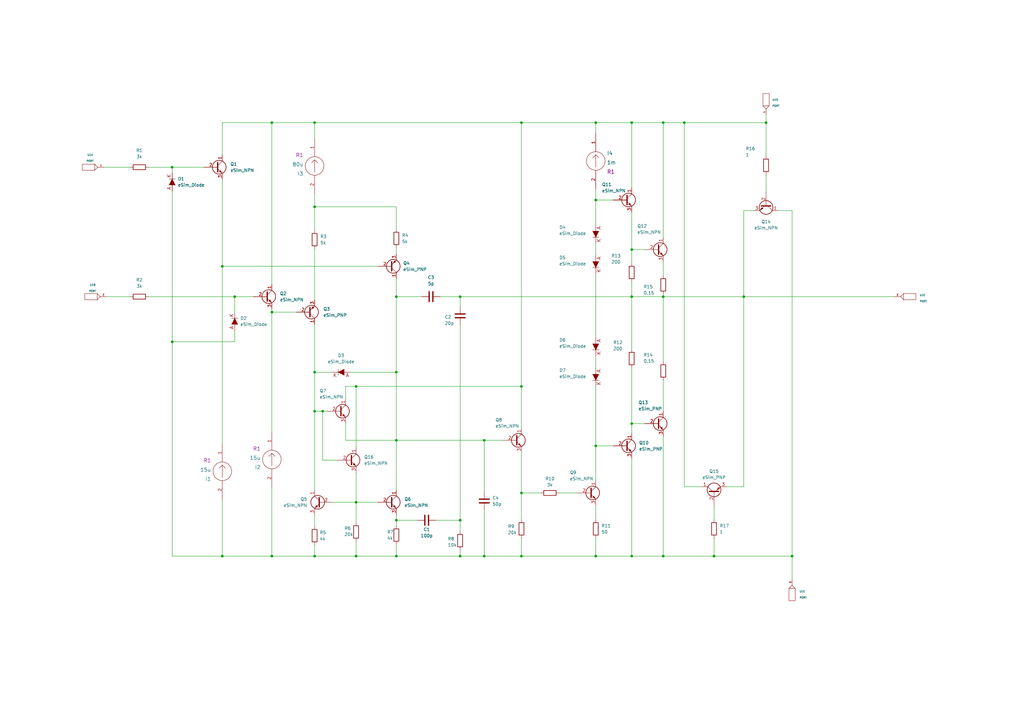
<source format=kicad_sch>
(kicad_sch (version 20211123) (generator eeschema)
  (paper "A3")
  (lib_symbols
    (symbol "eSim_Devices:capacitor" (pin_numbers hide) (pin_names (offset 0.254))
      (property "Reference" "C" (at 0.635 2.54 0))
      (property "Value" "capacitor" (at 0.635 -2.54 0))
      (symbol "capacitor_0_1"
        (polyline (pts (xy -2.032 -0.762) (xy 2.032 -0.762)) (stroke (width 0.508)))
        (polyline (pts (xy -2.032 0.762) (xy 2.032 0.762)) (stroke (width 0.508)))
      )
      (symbol "capacitor_1_1"
        (pin passive line (at 0 3.81 270) (length 2.794) (name "~") (number "1"))
        (pin passive line (at 0 -3.81 90) (length 2.794) (name "~") (number "2"))
      )
    )
    (symbol "eSim_Devices:eSim_Diode" (pin_numbers hide) (pin_names (offset 1.016) hide)
      (property "Reference" "D" (at 0 2.54 0))
      (property "Value" "eSim_Diode" (at 0 -2.54 0))
      (symbol "eSim_Diode_0_0"
        (text "A" (at -2.54 1.27 0) (effects (font (size 1.524 1.524))))
        (text "K" (at 2.54 1.27 0) (effects (font (size 1.524 1.524))))
      )
      (symbol "eSim_Diode_0_1"
        (polyline (pts (xy 1.27 1.27) (xy 1.27 -1.27)) (stroke (width 0.1524)))
        (polyline (pts (xy -1.27 1.27) (xy 1.27 0) (xy -1.27 -1.27)) (fill (type outline)))
      )
      (symbol "eSim_Diode_1_1"
        (pin passive line (at -3.81 0 0) (length 2.54) (name "A") (number "1"))
        (pin passive line (at 3.81 0 180) (length 2.54) (name "K") (number "2"))
      )
    )
    (symbol "eSim_Devices:eSim_NPN" (pin_names (offset 0) hide)
      (property "Reference" "Q" (at -2.54 1.27 0))
      (property "Value" "eSim_NPN" (at -1.27 3.81 0))
      (symbol "eSim_NPN_0_1"
        (polyline (pts (xy 0.635 0.635) (xy 2.54 2.54)))
        (polyline (pts (xy 0.635 -0.635) (xy 2.54 -2.54) (xy 2.54 -2.54)))
        (polyline (pts (xy 0.635 1.905) (xy 0.635 -1.905) (xy 0.635 -1.905)) (stroke (width 0.508)))
        (polyline (pts (xy 1.27 -1.778) (xy 1.778 -1.27) (xy 2.286 -2.286) (xy 1.27 -1.778) (xy 1.27 -1.778)) (fill (type outline)))
        (circle (center 1.27 0) (radius 2.8194) (stroke (width 0.254)))
      )
      (symbol "eSim_NPN_1_1"
        (pin passive line (at 2.54 5.08 270) (length 2.54) (name "C") (number "1"))
        (pin passive line (at -5.08 0 0) (length 5.715) (name "B") (number "2"))
        (pin passive line (at 2.54 -5.08 90) (length 2.54) (name "E") (number "3"))
      )
    )
    (symbol "eSim_Devices:eSim_PNP" (pin_names (offset 0) hide)
      (property "Reference" "Q" (at -2.54 1.27 0))
      (property "Value" "eSim_PNP" (at -1.27 3.81 0))
      (symbol "eSim_PNP_0_1"
        (polyline (pts (xy 0.635 0.635) (xy 2.54 2.54)))
        (polyline (pts (xy 0.635 -0.635) (xy 2.54 -2.54) (xy 2.54 -2.54)))
        (polyline (pts (xy 0.635 1.905) (xy 0.635 -1.905) (xy 0.635 -1.905)) (stroke (width 0.508)))
        (polyline (pts (xy 2.286 -1.778) (xy 1.778 -2.286) (xy 1.27 -1.27) (xy 2.286 -1.778) (xy 2.286 -1.778)) (fill (type outline)))
        (circle (center 1.27 0) (radius 2.8194) (stroke (width 0.254)))
      )
      (symbol "eSim_PNP_1_1"
        (pin passive line (at 2.54 5.08 270) (length 2.54) (name "C") (number "1"))
        (pin passive line (at -5.08 0 0) (length 5.715) (name "B") (number "2"))
        (pin passive line (at 2.54 -5.08 90) (length 2.54) (name "E") (number "3"))
      )
    )
    (symbol "eSim_Devices:resistor" (pin_numbers hide) (pin_names (offset 0))
      (property "Reference" "R" (at 1.27 3.302 0))
      (property "Value" "resistor" (at 1.27 -1.27 0))
      (symbol "resistor_0_1"
        (rectangle (start 3.81 0.254) (end -1.27 2.286) (stroke (width 0.254)))
      )
      (symbol "resistor_1_1"
        (pin passive line (at -2.54 1.27 0) (length 1.27) (name "~") (number "1"))
        (pin passive line (at 5.08 1.27 180) (length 1.27) (name "~") (number "2"))
      )
    )
    (symbol "eSim_Miscellaneous:PORT" (pin_names (offset 1.016))
      (property "Reference" "U" (at 1.27 2.54 0))
      (property "Value" "PORT" (at 0 0 0))
      (symbol "PORT_0_1"
        (rectangle (start -2.54 1.27) (end 2.54 -1.27))
        (arc (start 2.54 1.27) (mid 3.1355 0.5955) (end 3.81 0))
        (arc (start 3.81 0) (mid 3.1447 -0.6046) (end 2.54 -1.27))
      )
      (symbol "PORT_1_1"
        (pin bidirectional line (at 6.35 0 180) (length 2.54) (name "~") (number "1"))
      )
      (symbol "PORT_2_1"
        (pin bidirectional line (at 6.35 0 180) (length 2.54) (name "~") (number "2"))
      )
      (symbol "PORT_3_1"
        (pin bidirectional line (at 6.35 0 180) (length 2.54) (name "~") (number "3"))
      )
      (symbol "PORT_4_1"
        (pin bidirectional line (at 6.35 0 180) (length 2.54) (name "~") (number "4"))
      )
      (symbol "PORT_5_1"
        (pin bidirectional line (at 6.35 0 180) (length 2.54) (name "~") (number "5"))
      )
      (symbol "PORT_6_1"
        (pin bidirectional line (at 6.35 0 180) (length 2.54) (name "~") (number "6"))
      )
      (symbol "PORT_7_1"
        (pin bidirectional line (at 6.35 0 180) (length 2.54) (name "~") (number "7"))
      )
      (symbol "PORT_8_1"
        (pin bidirectional line (at 6.35 0 180) (length 2.54) (name "~") (number "8"))
      )
      (symbol "PORT_9_1"
        (pin bidirectional line (at 6.35 0 180) (length 2.54) (name "~") (number "9"))
      )
      (symbol "PORT_10_1"
        (pin bidirectional line (at 6.35 0 180) (length 2.54) (name "~") (number "10"))
      )
      (symbol "PORT_11_1"
        (pin bidirectional line (at 6.35 0 180) (length 2.54) (name "~") (number "11"))
      )
      (symbol "PORT_12_1"
        (pin bidirectional line (at 6.35 0 180) (length 2.54) (name "~") (number "12"))
      )
      (symbol "PORT_13_1"
        (pin bidirectional line (at 6.35 0 180) (length 2.54) (name "~") (number "13"))
      )
      (symbol "PORT_14_1"
        (pin bidirectional line (at 6.35 0 180) (length 2.54) (name "~") (number "14"))
      )
      (symbol "PORT_15_1"
        (pin bidirectional line (at 6.35 0 180) (length 2.54) (name "~") (number "15"))
      )
      (symbol "PORT_16_1"
        (pin bidirectional line (at 6.35 0 180) (length 2.54) (name "~") (number "16"))
      )
      (symbol "PORT_17_1"
        (pin bidirectional line (at 6.35 0 180) (length 2.54) (name "~") (number "17"))
      )
      (symbol "PORT_18_1"
        (pin bidirectional line (at 6.35 0 180) (length 2.54) (name "~") (number "18"))
      )
      (symbol "PORT_19_1"
        (pin bidirectional line (at 6.35 0 180) (length 2.54) (name "~") (number "19"))
      )
      (symbol "PORT_20_1"
        (pin bidirectional line (at 6.35 0 180) (length 2.54) (name "~") (number "20"))
      )
      (symbol "PORT_21_1"
        (pin bidirectional line (at 6.35 0 180) (length 2.54) (name "~") (number "21"))
      )
      (symbol "PORT_22_1"
        (pin bidirectional line (at 6.35 0 180) (length 2.54) (name "~") (number "22"))
      )
      (symbol "PORT_23_1"
        (pin bidirectional line (at 6.35 0 180) (length 2.54) (name "~") (number "23"))
      )
      (symbol "PORT_24_1"
        (pin bidirectional line (at 6.35 0 180) (length 2.54) (name "~") (number "24"))
      )
      (symbol "PORT_25_1"
        (pin bidirectional line (at 6.35 0 180) (length 2.54) (name "~") (number "25"))
      )
      (symbol "PORT_26_1"
        (pin bidirectional line (at 6.35 0 180) (length 2.54) (name "~") (number "26"))
      )
    )
    (symbol "eSim_Sources:dc" (pin_names (offset 1.016))
      (property "Reference" "I" (at -5.08 2.54 0))
      (property "Value" "dc" (at -5.08 -1.27 0))
      (property "Footprint" "R1" (at -7.62 0 0))
      (symbol "dc_0_1"
        (polyline (pts (xy 0 -2.54) (xy 0 -2.54)))
        (polyline (pts (xy 0 2.54) (xy -1.27 1.27)))
        (polyline (pts (xy 0 2.54) (xy 0 -2.54)))
        (polyline (pts (xy 0 2.54) (xy 1.27 1.27)))
        (circle (center 0 0) (radius 3.81))
      )
      (symbol "dc_1_1"
        (pin passive line (at 0 11.43 270) (length 7.62) (name "~") (number "1"))
        (pin passive line (at 0 -11.43 90) (length 7.62) (name "~") (number "2"))
      )
    )
  )
  (junction (at 91.186 228.092))
  (junction (at 188.722 121.666))
  (junction (at 111.506 228.092))
  (junction (at 213.868 228.092))
  (junction (at 129.032 168.656))
  (junction (at 259.08 173.736))
  (junction (at 129.032 84.836))
  (junction (at 111.506 128.016))
  (junction (at 244.348 182.88))
  (junction (at 213.868 202.184))
  (junction (at 188.722 228.092))
  (junction (at 146.05 158.496))
  (junction (at 162.56 152.654))
  (junction (at 280.67 50.292))
  (junction (at 146.05 228.092))
  (junction (at 162.56 228.092))
  (junction (at 259.08 228.092))
  (junction (at 129.032 152.654))
  (junction (at 259.08 121.666))
  (junction (at 132.334 168.656))
  (junction (at 70.612 140.208))
  (junction (at 162.56 213.36))
  (junction (at 188.722 213.36))
  (junction (at 259.08 50.292))
  (junction (at 70.612 68.58))
  (junction (at 244.348 228.092))
  (junction (at 324.866 228.092))
  (junction (at 292.862 228.092))
  (junction (at 272.034 50.292))
  (junction (at 162.56 180.594))
  (junction (at 213.868 50.292))
  (junction (at 129.032 50.292))
  (junction (at 198.628 180.594))
  (junction (at 244.348 50.292))
  (junction (at 162.56 121.666))
  (junction (at 111.506 50.292))
  (junction (at 259.08 102.362))
  (junction (at 305.054 121.666))
  (junction (at 272.034 228.092))
  (junction (at 244.348 82.042))
  (junction (at 314.198 50.292))
  (junction (at 129.032 228.092))
  (junction (at 96.266 121.666))
  (junction (at 272.034 121.666))
  (junction (at 91.186 109.22))
  (junction (at 198.628 228.092))
  (junction (at 213.868 158.496))
  (junction (at 146.05 205.994))
  (wire (pts (xy 259.08 50.292) (xy 272.034 50.292)))
  (wire (pts (xy 259.08 102.362) (xy 259.08 107.95)))
  (wire (pts (xy 244.348 158.496) (xy 244.348 182.88)))
  (wire (pts (xy 129.032 168.656) (xy 132.334 168.656)))
  (wire (pts (xy 305.054 121.666) (xy 366.776 121.666)))
  (wire (pts (xy 138.43 188.722) (xy 132.334 188.722)))
  (wire (pts (xy 70.612 140.208) (xy 96.266 140.208)))
  (wire (pts (xy 162.56 213.36) (xy 162.56 215.646)))
  (wire (pts (xy 198.628 180.594) (xy 198.628 201.676)))
  (wire (pts (xy 213.868 158.496) (xy 213.868 175.514)))
  (wire (pts (xy 111.506 128.016) (xy 111.506 177.038)))
  (wire (pts (xy 314.198 47.244) (xy 314.198 50.292)))
  (wire (pts (xy 141.732 180.594) (xy 162.56 180.594)))
  (wire (pts (xy 70.612 78.486) (xy 70.612 140.208)))
  (wire (pts (xy 111.506 199.898) (xy 111.506 228.092)))
  (wire (pts (xy 132.334 168.656) (xy 134.112 168.656)))
  (wire (pts (xy 213.868 202.184) (xy 221.742 202.184)))
  (wire (pts (xy 146.05 193.802) (xy 146.05 205.994)))
  (wire (pts (xy 96.266 128.016) (xy 96.266 121.666)))
  (wire (pts (xy 129.032 50.292) (xy 213.868 50.292)))
  (wire (pts (xy 162.56 223.266) (xy 162.56 228.092)))
  (wire (pts (xy 272.034 121.666) (xy 272.034 148.336)))
  (wire (pts (xy 272.034 155.956) (xy 272.034 168.656)))
  (wire (pts (xy 259.08 76.962) (xy 259.08 50.292)))
  (wire (pts (xy 129.032 56.642) (xy 129.032 50.292)))
  (wire (pts (xy 280.67 199.644) (xy 280.67 50.292)))
  (wire (pts (xy 280.67 50.292) (xy 314.198 50.292)))
  (wire (pts (xy 259.08 121.666) (xy 259.08 143.256)))
  (wire (pts (xy 43.688 121.666) (xy 53.34 121.666)))
  (wire (pts (xy 297.942 199.644) (xy 305.054 199.644)))
  (wire (pts (xy 146.05 205.994) (xy 154.94 205.994)))
  (wire (pts (xy 188.722 213.36) (xy 188.722 217.932)))
  (wire (pts (xy 244.348 228.092) (xy 259.08 228.092)))
  (wire (pts (xy 162.56 121.666) (xy 172.974 121.666)))
  (wire (pts (xy 213.868 185.674) (xy 213.868 202.184)))
  (wire (pts (xy 272.034 178.816) (xy 272.034 228.092)))
  (wire (pts (xy 272.034 120.65) (xy 272.034 121.666)))
  (wire (pts (xy 129.032 84.836) (xy 129.032 94.488)))
  (wire (pts (xy 162.56 114.3) (xy 162.56 121.666)))
  (wire (pts (xy 188.722 121.666) (xy 188.722 125.73)))
  (wire (pts (xy 162.56 84.836) (xy 162.56 93.98)))
  (wire (pts (xy 143.764 152.654) (xy 162.56 152.654)))
  (wire (pts (xy 244.348 146.05) (xy 244.348 150.876)))
  (wire (pts (xy 91.186 204.724) (xy 91.186 228.092)))
  (wire (pts (xy 188.722 133.35) (xy 188.722 213.36)))
  (wire (pts (xy 178.816 213.36) (xy 188.722 213.36)))
  (wire (pts (xy 259.08 87.122) (xy 259.08 102.362)))
  (wire (pts (xy 272.034 107.442) (xy 272.034 113.03)))
  (wire (pts (xy 324.866 228.092) (xy 324.866 237.49)))
  (wire (pts (xy 292.862 228.092) (xy 324.866 228.092)))
  (wire (pts (xy 272.034 228.092) (xy 292.862 228.092)))
  (wire (pts (xy 213.868 228.092) (xy 244.348 228.092)))
  (wire (pts (xy 96.266 121.666) (xy 103.886 121.666)))
  (wire (pts (xy 272.034 121.666) (xy 305.054 121.666)))
  (wire (pts (xy 70.612 140.208) (xy 70.612 228.092)))
  (wire (pts (xy 324.866 86.36) (xy 324.866 228.092)))
  (wire (pts (xy 129.032 152.654) (xy 129.032 168.656)))
  (wire (pts (xy 96.266 140.208) (xy 96.266 135.636)))
  (wire (pts (xy 141.732 163.576) (xy 141.732 158.496)))
  (wire (pts (xy 162.56 180.594) (xy 198.628 180.594)))
  (wire (pts (xy 129.032 152.654) (xy 136.144 152.654)))
  (wire (pts (xy 198.628 209.296) (xy 198.628 228.092)))
  (wire (pts (xy 188.722 121.666) (xy 259.08 121.666)))
  (wire (pts (xy 42.672 68.58) (xy 53.34 68.58)))
  (wire (pts (xy 129.032 211.074) (xy 129.032 215.9)))
  (wire (pts (xy 129.032 168.656) (xy 129.032 200.914)))
  (wire (pts (xy 198.628 228.092) (xy 213.868 228.092)))
  (wire (pts (xy 292.862 220.726) (xy 292.862 228.092)))
  (wire (pts (xy 305.054 86.36) (xy 309.118 86.36)))
  (wire (pts (xy 162.56 121.666) (xy 162.56 152.654)))
  (wire (pts (xy 244.348 82.042) (xy 244.348 92.202)))
  (wire (pts (xy 244.348 99.822) (xy 244.348 104.648)))
  (wire (pts (xy 259.08 173.736) (xy 259.08 177.8)))
  (wire (pts (xy 244.348 112.268) (xy 244.348 138.43)))
  (wire (pts (xy 91.186 109.22) (xy 91.186 181.864)))
  (wire (pts (xy 60.96 121.666) (xy 96.266 121.666)))
  (wire (pts (xy 305.054 121.666) (xy 305.054 86.36)))
  (wire (pts (xy 141.732 173.736) (xy 141.732 180.594)))
  (wire (pts (xy 162.56 152.654) (xy 162.56 180.594)))
  (wire (pts (xy 259.08 115.57) (xy 259.08 121.666)))
  (wire (pts (xy 146.05 221.996) (xy 146.05 228.092)))
  (wire (pts (xy 287.782 199.644) (xy 280.67 199.644)))
  (wire (pts (xy 259.08 187.96) (xy 259.08 228.092)))
  (wire (pts (xy 162.56 180.594) (xy 162.56 200.914)))
  (wire (pts (xy 259.08 150.876) (xy 259.08 173.736)))
  (wire (pts (xy 244.348 182.88) (xy 244.348 197.104)))
  (wire (pts (xy 305.054 199.644) (xy 305.054 121.666)))
  (wire (pts (xy 314.198 64.008) (xy 314.198 50.292)))
  (wire (pts (xy 244.348 54.61) (xy 244.348 50.292)))
  (wire (pts (xy 264.414 173.736) (xy 259.08 173.736)))
  (wire (pts (xy 129.032 228.092) (xy 146.05 228.092)))
  (wire (pts (xy 229.362 202.184) (xy 236.728 202.184)))
  (wire (pts (xy 111.506 50.292) (xy 111.506 116.586)))
  (wire (pts (xy 259.08 121.666) (xy 272.034 121.666)))
  (wire (pts (xy 146.05 228.092) (xy 162.56 228.092)))
  (wire (pts (xy 180.594 121.666) (xy 188.722 121.666)))
  (wire (pts (xy 162.56 228.092) (xy 188.722 228.092)))
  (wire (pts (xy 91.186 228.092) (xy 70.612 228.092)))
  (wire (pts (xy 244.348 50.292) (xy 259.08 50.292)))
  (wire (pts (xy 121.412 128.016) (xy 111.506 128.016)))
  (wire (pts (xy 206.248 180.594) (xy 198.628 180.594)))
  (wire (pts (xy 91.186 73.66) (xy 91.186 109.22)))
  (wire (pts (xy 162.56 213.36) (xy 171.196 213.36)))
  (wire (pts (xy 70.612 68.58) (xy 70.612 70.866)))
  (wire (pts (xy 314.198 71.628) (xy 314.198 78.74)))
  (wire (pts (xy 129.032 84.836) (xy 162.56 84.836)))
  (wire (pts (xy 141.732 158.496) (xy 146.05 158.496)))
  (wire (pts (xy 244.348 82.042) (xy 251.46 82.042)))
  (wire (pts (xy 60.96 68.58) (xy 70.612 68.58)))
  (wire (pts (xy 259.08 102.362) (xy 264.414 102.362)))
  (wire (pts (xy 272.034 50.292) (xy 272.034 97.282)))
  (wire (pts (xy 319.278 86.36) (xy 324.866 86.36)))
  (wire (pts (xy 213.868 202.184) (xy 213.868 213.106)))
  (wire (pts (xy 213.868 220.726) (xy 213.868 228.092)))
  (wire (pts (xy 111.506 126.746) (xy 111.506 128.016)))
  (wire (pts (xy 146.05 158.496) (xy 213.868 158.496)))
  (wire (pts (xy 129.032 223.52) (xy 129.032 228.092)))
  (wire (pts (xy 129.032 102.108) (xy 129.032 122.936)))
  (wire (pts (xy 244.348 77.47) (xy 244.348 82.042)))
  (wire (pts (xy 213.868 50.292) (xy 244.348 50.292)))
  (wire (pts (xy 91.186 50.292) (xy 111.506 50.292)))
  (wire (pts (xy 83.566 68.58) (xy 70.612 68.58)))
  (wire (pts (xy 146.05 205.994) (xy 146.05 214.376)))
  (wire (pts (xy 244.348 207.264) (xy 244.348 213.106)))
  (wire (pts (xy 132.334 188.722) (xy 132.334 168.656)))
  (wire (pts (xy 146.05 183.642) (xy 146.05 158.496)))
  (wire (pts (xy 188.722 228.092) (xy 188.722 225.552)))
  (wire (pts (xy 213.868 50.292) (xy 213.868 158.496)))
  (wire (pts (xy 111.506 228.092) (xy 129.032 228.092)))
  (wire (pts (xy 111.506 50.292) (xy 129.032 50.292)))
  (wire (pts (xy 162.56 211.074) (xy 162.56 213.36)))
  (wire (pts (xy 129.032 79.502) (xy 129.032 84.836)))
  (wire (pts (xy 244.348 220.726) (xy 244.348 228.092)))
  (wire (pts (xy 91.186 228.092) (xy 111.506 228.092)))
  (wire (pts (xy 272.034 50.292) (xy 280.67 50.292)))
  (wire (pts (xy 292.862 207.264) (xy 292.862 213.106)))
  (wire (pts (xy 129.032 133.096) (xy 129.032 152.654)))
  (wire (pts (xy 259.08 228.092) (xy 272.034 228.092)))
  (wire (pts (xy 136.652 205.994) (xy 146.05 205.994)))
  (wire (pts (xy 188.722 228.092) (xy 198.628 228.092)))
  (wire (pts (xy 244.348 182.88) (xy 251.46 182.88)))
  (wire (pts (xy 162.56 101.6) (xy 162.56 104.14)))
  (wire (pts (xy 91.186 63.5) (xy 91.186 50.292)))
  (wire (pts (xy 154.94 109.22) (xy 91.186 109.22)))
  (symbol (lib_id "eSim_Devices:eSim_Diode") (at 244.348 96.012 270) (unit 1)
    (property "Reference" "D4" (at 229.362 93.218 90) (effects (justify left)))
    (property "Value" "eSim_Diode" (at 229.362 95.758 90) (effects (justify left)))
  )
  (symbol (lib_id "eSim_Devices:eSim_NPN") (at 108.966 121.666 0) (unit 1)
    (property "Reference" "Q2" (at 114.808 120.396 0) (effects (justify left)))
    (property "Value" "eSim_NPN" (at 114.808 122.936 0) (effects (justify left)))
  )
  (symbol (lib_id "eSim_Devices:resistor") (at 224.282 203.454 0) (unit 1)
    (property "Reference" "R10" (at 225.552 196.342 0))
    (property "Value" "3k" (at 225.552 198.882 0))
  )
  (symbol (lib_id "eSim_Devices:eSim_NPN") (at 241.808 202.184 0) (unit 1)
    (property "Reference" "Q9" (at 233.68 193.802 0) (effects (justify left)))
    (property "Value" "eSim_NPN" (at 233.68 196.342 0) (effects (justify left)))
  )
  (symbol (lib_id "eSim_Devices:capacitor") (at 188.722 129.54 180) (unit 1)
    (property "Reference" "C2" (at 182.372 130.048 0) (effects (justify right)))
    (property "Value" "20p" (at 182.372 132.588 0) (effects (justify right)))
  )
  (symbol (lib_id "eSim_Devices:eSim_NPN") (at 160.02 205.994 0) (unit 1)
    (property "Reference" "Q6" (at 165.862 204.724 0) (effects (justify left)))
    (property "Value" "eSim_NPN" (at 165.862 207.264 0) (effects (justify left)))
  )
  (symbol (lib_id "eSim_Devices:capacitor") (at 175.006 213.36 90) (unit 1)
    (property "Reference" "C1" (at 175.006 217.17 90))
    (property "Value" "100p" (at 175.006 219.71 90))
  )
  (symbol (lib_id "eSim_Devices:resistor") (at 55.88 122.936 0) (unit 1)
    (property "Reference" "R2" (at 57.15 114.808 0))
    (property "Value" "3k" (at 57.15 117.348 0))
  )
  (symbol (lib_id "eSim_Devices:eSim_Diode") (at 96.266 131.826 90) (unit 1)
    (property "Reference" "D2" (at 98.552 130.5052 90) (effects (justify right)))
    (property "Value" "eSim_Diode" (at 98.552 133.0452 90) (effects (justify right)))
  )
  (symbol (lib_id "eSim_Devices:resistor") (at 273.304 118.11 90) (unit 1)
    (property "Reference" "R15" (at 263.906 117.602 90) (effects (justify right)))
    (property "Value" "0.15" (at 263.906 120.142 90) (effects (justify right)))
  )
  (symbol (lib_id "eSim_Miscellaneous:PORT") (at 324.866 243.84 90) (unit 5)
    (property "Reference" "U1" (at 327.914 242.57 90) (effects (font (size 0.762 0.762)) (justify right)))
    (property "Value" "PORT" (at 327.914 245.11 90) (effects (font (size 0.762 0.762)) (justify right)))
  )
  (symbol (lib_id "eSim_Devices:eSim_PNP") (at 256.54 182.88 0) (unit 1)
    (property "Reference" "Q10" (at 262.128 181.6099 0) (effects (justify left)))
    (property "Value" "eSim_PNP" (at 262.128 184.1499 0) (effects (justify left)))
  )
  (symbol (lib_id "eSim_Devices:resistor") (at 163.83 99.06 90) (unit 1)
    (property "Reference" "R4" (at 164.846 96.52 90) (effects (justify right)))
    (property "Value" "5k" (at 164.846 99.06 90) (effects (justify right)))
  )
  (symbol (lib_id "eSim_Devices:eSim_PNP") (at 269.494 173.736 0) (unit 1)
    (property "Reference" "Q13" (at 261.874 165.1 0) (effects (justify left)))
    (property "Value" "eSim_PNP" (at 261.874 167.64 0) (effects (justify left)))
  )
  (symbol (lib_id "eSim_Devices:resistor") (at 245.618 218.186 90) (unit 1)
    (property "Reference" "R11" (at 246.634 215.6459 90) (effects (justify right)))
    (property "Value" "50" (at 246.634 218.1859 90) (effects (justify right)))
  )
  (symbol (lib_id "eSim_Devices:resistor") (at 315.468 69.088 90) (unit 1)
    (property "Reference" "R16" (at 305.816 60.96 90) (effects (justify right)))
    (property "Value" "1" (at 305.816 63.5 90) (effects (justify right)))
  )
  (symbol (lib_id "eSim_Sources:dc") (at 244.348 66.04 0) (unit 1)
    (property "Reference" "I4" (at 248.92 62.865 0) (effects (font (size 1.524 1.524)) (justify left)))
    (property "Value" "1m" (at 248.92 66.675 0) (effects (font (size 1.524 1.524)) (justify left)))
    (property "Footprint" "R1" (at 248.92 70.485 0) (effects (font (size 1.524 1.524)) (justify left)))
  )
  (symbol (lib_id "eSim_Devices:resistor") (at 273.304 153.416 90) (unit 1)
    (property "Reference" "R14" (at 263.906 145.542 90) (effects (justify right)))
    (property "Value" "0.15" (at 263.906 148.082 90) (effects (justify right)))
  )
  (symbol (lib_id "eSim_Devices:resistor") (at 55.88 69.85 0) (unit 1)
    (property "Reference" "R1" (at 57.15 61.722 0))
    (property "Value" "3k" (at 57.15 64.262 0))
  )
  (symbol (lib_id "eSim_Devices:eSim_Diode") (at 70.612 74.676 90) (unit 1)
    (property "Reference" "D1" (at 72.898 73.3552 90) (effects (justify right)))
    (property "Value" "eSim_Diode" (at 72.898 75.8952 90) (effects (justify right)))
  )
  (symbol (lib_id "eSim_Devices:resistor") (at 189.992 223.012 90) (unit 1)
    (property "Reference" "R8" (at 183.642 220.98 90) (effects (justify right)))
    (property "Value" "10k" (at 183.642 223.52 90) (effects (justify right)))
  )
  (symbol (lib_id "eSim_Devices:capacitor") (at 198.628 205.486 180) (unit 1)
    (property "Reference" "C4" (at 201.93 204.2159 0) (effects (justify right)))
    (property "Value" "50p" (at 201.93 206.7559 0) (effects (justify right)))
  )
  (symbol (lib_id "eSim_Sources:dc") (at 91.186 193.294 0) (unit 1)
    (property "Reference" "I1" (at 86.614 196.469 0) (effects (font (size 1.524 1.524)) (justify right)))
    (property "Value" "15u" (at 86.614 192.659 0) (effects (font (size 1.524 1.524)) (justify right)))
    (property "Footprint" "R1" (at 86.614 188.849 0) (effects (font (size 1.524 1.524)) (justify right)))
  )
  (symbol (lib_id "eSim_Devices:eSim_PNP") (at 292.862 202.184 90) (unit 1)
    (property "Reference" "Q15" (at 292.862 193.294 90))
    (property "Value" "eSim_PNP" (at 292.862 195.834 90))
  )
  (symbol (lib_id "eSim_Devices:resistor") (at 294.132 218.186 90) (unit 1)
    (property "Reference" "R17" (at 295.148 215.6459 90) (effects (justify right)))
    (property "Value" "1" (at 295.148 218.1859 90) (effects (justify right)))
  )
  (symbol (lib_id "eSim_Devices:resistor") (at 130.302 220.98 90) (unit 1)
    (property "Reference" "R5" (at 131.064 218.44 90) (effects (justify right)))
    (property "Value" "4k" (at 131.064 220.98 90) (effects (justify right)))
  )
  (symbol (lib_id "eSim_Miscellaneous:PORT") (at 314.198 40.894 270) (unit 4)
    (property "Reference" "U1" (at 316.738 40.894 90) (effects (font (size 0.762 0.762)) (justify left)))
    (property "Value" "PORT" (at 316.738 43.434 90) (effects (font (size 0.762 0.762)) (justify left)))
  )
  (symbol (lib_id "eSim_Sources:dc") (at 129.032 68.072 0) (unit 1)
    (property "Reference" "I3" (at 124.46 71.247 0) (effects (font (size 1.524 1.524)) (justify right)))
    (property "Value" "80u" (at 124.46 67.437 0) (effects (font (size 1.524 1.524)) (justify right)))
    (property "Footprint" "R1" (at 124.46 63.627 0) (effects (font (size 1.524 1.524)) (justify right)))
  )
  (symbol (lib_id "eSim_Devices:eSim_NPN") (at 143.51 188.722 0) (unit 1)
    (property "Reference" "Q16" (at 149.352 187.452 0) (effects (justify left)))
    (property "Value" "eSim_NPN" (at 149.352 189.992 0) (effects (justify left)))
  )
  (symbol (lib_id "eSim_Miscellaneous:PORT") (at 36.322 68.58 0) (unit 1)
    (property "Reference" "U1" (at 36.957 63.5 0) (effects (font (size 0.762 0.762))))
    (property "Value" "PORT" (at 36.957 66.04 0) (effects (font (size 0.762 0.762))))
  )
  (symbol (lib_id "eSim_Devices:resistor") (at 147.32 219.456 90) (unit 1)
    (property "Reference" "R6" (at 141.224 216.662 90) (effects (justify right)))
    (property "Value" "20k" (at 141.224 219.202 90) (effects (justify right)))
  )
  (symbol (lib_id "eSim_Devices:eSim_Diode") (at 244.348 142.24 270) (unit 1)
    (property "Reference" "D6" (at 229.362 139.446 90) (effects (justify left)))
    (property "Value" "eSim_Diode" (at 229.362 141.986 90) (effects (justify left)))
  )
  (symbol (lib_id "eSim_Devices:eSim_PNP") (at 160.02 109.22 0) (mirror x) (unit 1)
    (property "Reference" "Q4" (at 165.354 107.95 0) (effects (justify left)))
    (property "Value" "eSim_PNP" (at 165.354 110.49 0) (effects (justify left)))
  )
  (symbol (lib_id "eSim_Devices:capacitor") (at 176.784 121.666 90) (unit 1)
    (property "Reference" "C3" (at 176.784 113.792 90))
    (property "Value" "5p" (at 176.784 116.332 90))
  )
  (symbol (lib_id "eSim_Devices:eSim_NPN") (at 139.192 168.656 0) (unit 1)
    (property "Reference" "Q7" (at 131.064 160.274 0) (effects (justify left)))
    (property "Value" "eSim_NPN" (at 131.064 162.814 0) (effects (justify left)))
  )
  (symbol (lib_id "eSim_Devices:resistor") (at 163.83 220.726 90) (unit 1)
    (property "Reference" "R7" (at 158.75 218.186 90) (effects (justify right)))
    (property "Value" "4k" (at 158.75 220.726 90) (effects (justify right)))
  )
  (symbol (lib_id "eSim_Devices:resistor") (at 130.302 99.568 90) (unit 1)
    (property "Reference" "R3" (at 131.318 97.028 90) (effects (justify right)))
    (property "Value" "5k" (at 131.318 99.568 90) (effects (justify right)))
  )
  (symbol (lib_id "eSim_Sources:dc") (at 111.506 188.468 0) (unit 1)
    (property "Reference" "I2" (at 106.934 191.643 0) (effects (font (size 1.524 1.524)) (justify right)))
    (property "Value" "15u" (at 106.934 187.833 0) (effects (font (size 1.524 1.524)) (justify right)))
    (property "Footprint" "R1" (at 106.934 184.023 0) (effects (font (size 1.524 1.524)) (justify right)))
  )
  (symbol (lib_id "eSim_Devices:eSim_NPN") (at 256.54 82.042 0) (unit 1)
    (property "Reference" "Q11" (at 246.888 75.692 0) (effects (justify left)))
    (property "Value" "eSim_NPN" (at 246.888 78.232 0) (effects (justify left)))
  )
  (symbol (lib_id "eSim_Devices:resistor") (at 215.138 218.186 90) (unit 1)
    (property "Reference" "R9" (at 208.28 215.9 90) (effects (justify right)))
    (property "Value" "20k" (at 208.28 218.44 90) (effects (justify right)))
  )
  (symbol (lib_id "eSim_Devices:eSim_PNP") (at 126.492 128.016 0) (mirror x) (unit 1)
    (property "Reference" "Q3" (at 132.588 126.746 0) (effects (justify left)))
    (property "Value" "eSim_PNP" (at 132.588 129.286 0) (effects (justify left)))
  )
  (symbol (lib_id "eSim_Devices:eSim_Diode") (at 139.954 152.654 180) (unit 1)
    (property "Reference" "D3" (at 139.9032 145.796 0))
    (property "Value" "eSim_Diode" (at 139.9032 148.336 0))
  )
  (symbol (lib_id "eSim_Devices:eSim_Diode") (at 244.348 154.686 270) (unit 1)
    (property "Reference" "D7" (at 229.362 151.892 90) (effects (justify left)))
    (property "Value" "eSim_Diode" (at 229.362 154.432 90) (effects (justify left)))
  )
  (symbol (lib_id "eSim_Devices:eSim_NPN") (at 211.328 180.594 0) (unit 1)
    (property "Reference" "Q8" (at 203.2 172.212 0) (effects (justify left)))
    (property "Value" "eSim_NPN" (at 203.2 174.752 0) (effects (justify left)))
  )
  (symbol (lib_id "eSim_Miscellaneous:PORT") (at 37.338 121.666 0) (unit 2)
    (property "Reference" "U1" (at 37.973 116.84 0) (effects (font (size 0.762 0.762))))
    (property "Value" "PORT" (at 37.973 119.38 0) (effects (font (size 0.762 0.762))))
  )
  (symbol (lib_id "eSim_Devices:eSim_Diode") (at 244.348 108.458 270) (unit 1)
    (property "Reference" "D5" (at 229.362 105.664 90) (effects (justify left)))
    (property "Value" "eSim_Diode" (at 229.362 108.204 90) (effects (justify left)))
  )
  (symbol (lib_id "eSim_Devices:eSim_NPN") (at 131.572 205.994 0) (mirror y) (unit 1)
    (property "Reference" "Q5" (at 125.984 204.724 0) (effects (justify left)))
    (property "Value" "eSim_NPN" (at 125.984 207.264 0) (effects (justify left)))
  )
  (symbol (lib_id "eSim_Miscellaneous:PORT") (at 373.126 121.666 180) (unit 3)
    (property "Reference" "U1" (at 377.19 121.031 0) (effects (font (size 0.762 0.762)) (justify right)))
    (property "Value" "PORT" (at 377.19 123.571 0) (effects (font (size 0.762 0.762)) (justify right)))
  )
  (symbol (lib_id "eSim_Devices:resistor") (at 260.35 148.336 90) (unit 1)
    (property "Reference" "R12" (at 251.46 140.462 90) (effects (justify right)))
    (property "Value" "200" (at 251.46 143.002 90) (effects (justify right)))
  )
  (symbol (lib_id "eSim_Devices:eSim_NPN") (at 314.198 83.82 270) (unit 1)
    (property "Reference" "Q14" (at 314.198 90.932 90))
    (property "Value" "eSim_NPN" (at 314.198 93.472 90))
  )
  (symbol (lib_id "eSim_Devices:eSim_NPN") (at 88.646 68.58 0) (unit 1)
    (property "Reference" "Q1" (at 94.488 67.31 0) (effects (justify left)))
    (property "Value" "eSim_NPN" (at 94.488 69.85 0) (effects (justify left)))
  )
  (symbol (lib_id "eSim_Devices:resistor") (at 260.35 113.03 90) (unit 1)
    (property "Reference" "R13" (at 250.698 104.902 90) (effects (justify right)))
    (property "Value" "200" (at 250.698 107.442 90) (effects (justify right)))
  )
  (symbol (lib_id "eSim_Devices:eSim_NPN") (at 269.494 102.362 0) (unit 1)
    (property "Reference" "Q12" (at 261.366 92.71 0) (effects (justify left)))
    (property "Value" "eSim_NPN" (at 261.366 95.25 0) (effects (justify left)))
  )
)
</source>
